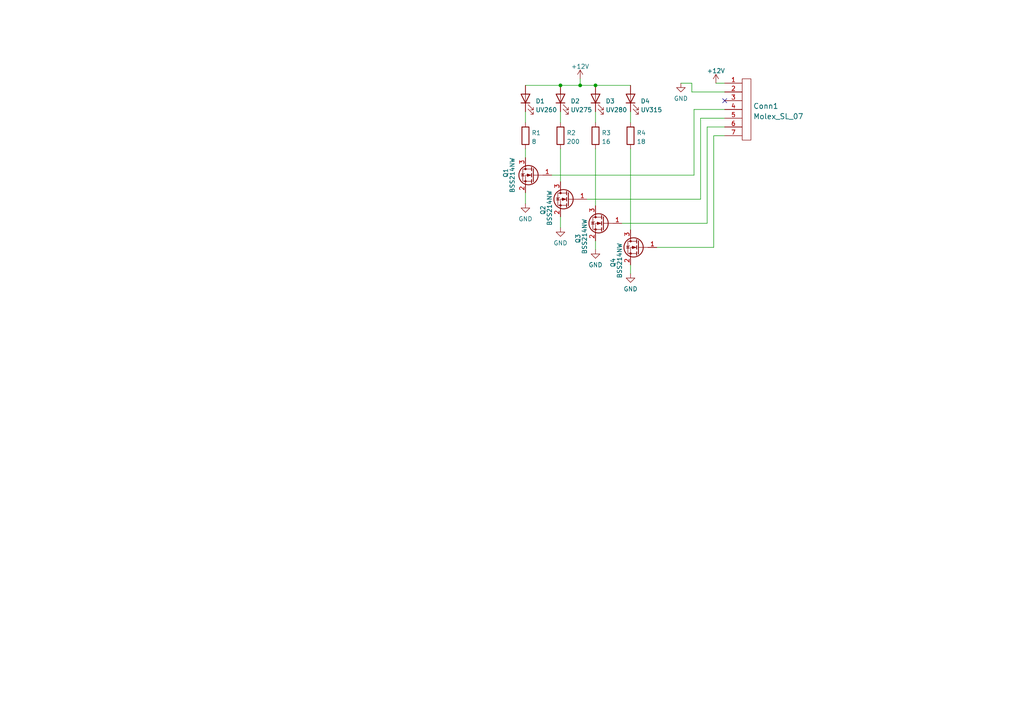
<source format=kicad_sch>
(kicad_sch (version 20211123) (generator eeschema)
  (paper "A4")
  (lib_symbols
    (symbol "Device:LED" (pin_numbers hide) (pin_names (offset 1.016) hide)
      (property "Reference" "D" (at 0 2.54 0))
      (property "Value" "LED" (at 0 -2.54 0))
      (symbol "LED_0_1"
        (polyline (pts (xy -1.27 -1.27) (xy -1.27 1.27)) (stroke (width 0.254)))
        (polyline (pts (xy -1.27 0) (xy 1.27 0)))
        (polyline (pts (xy 1.27 -1.27) (xy 1.27 1.27) (xy -1.27 0) (xy 1.27 -1.27)) (stroke (width 0.254)))
        (polyline (pts (xy -3.048 -0.762) (xy -4.572 -2.286) (xy -3.81 -2.286) (xy -4.572 -2.286) (xy -4.572 -1.524)))
        (polyline (pts (xy -1.778 -0.762) (xy -3.302 -2.286) (xy -2.54 -2.286) (xy -3.302 -2.286) (xy -3.302 -1.524)))
      )
      (symbol "LED_1_1"
        (pin passive line (at -3.81 0 0) (length 2.54) (name "K") (number "1"))
        (pin passive line (at 3.81 0 180) (length 2.54) (name "A") (number "2"))
      )
    )
    (symbol "Device:R" (pin_numbers hide) (pin_names (offset 0))
      (property "Reference" "R" (at 2.032 0 90))
      (property "Value" "R" (at 0 0 90))
      (symbol "R_0_1"
        (rectangle (start -1.016 -2.54) (end 1.016 2.54) (stroke (width 0.254)))
      )
      (symbol "R_1_1"
        (pin passive line (at 0 3.81 270) (length 1.27) (name "~") (number "1"))
        (pin passive line (at 0 -3.81 90) (length 1.27) (name "~") (number "2"))
      )
    )
    (symbol "MRDT_Connectors:Molex_SL_07" (pin_names (offset 1.016))
      (property "Reference" "Conn" (at 3.81 -1.27 0))
      (property "Value" "Molex_SL_07" (at 1.27 19.05 0))
      (symbol "Molex_SL_07_0_1"
        (rectangle (start 0 17.78) (end 2.54 0))
      )
      (symbol "Molex_SL_07_1_1"
        (pin input line (at -5.08 16.51 0) (length 5.08) (name "~") (number "1"))
        (pin input line (at -5.08 13.97 0) (length 5.08) (name "~") (number "2"))
        (pin input line (at -5.08 11.43 0) (length 5.08) (name "~") (number "3"))
        (pin input line (at -5.08 8.89 0) (length 5.08) (name "~") (number "4"))
        (pin input line (at -5.08 6.35 0) (length 5.08) (name "~") (number "5"))
        (pin input line (at -5.08 3.81 0) (length 5.08) (name "~") (number "6"))
        (pin input line (at -5.08 1.27 0) (length 5.08) (name "~") (number "7"))
      )
    )
    (symbol "Transistor_FET:BSS214NW" (pin_names hide)
      (property "Reference" "Q" (at 5.08 1.905 0))
      (property "Value" "BSS214NW" (at 5.08 0 0))
      (symbol "BSS214NW_0_1"
        (polyline (pts (xy 0.254 0) (xy -2.54 0)))
        (polyline (pts (xy 0.254 1.905) (xy 0.254 -1.905)) (stroke (width 0.254)))
        (polyline (pts (xy 0.762 -1.27) (xy 0.762 -2.286)) (stroke (width 0.254)))
        (polyline (pts (xy 0.762 0.508) (xy 0.762 -0.508)) (stroke (width 0.254)))
        (polyline (pts (xy 0.762 2.286) (xy 0.762 1.27)) (stroke (width 0.254)))
        (polyline (pts (xy 2.54 2.54) (xy 2.54 1.778)))
        (polyline (pts (xy 2.54 -2.54) (xy 2.54 0) (xy 0.762 0)))
        (polyline (pts (xy 0.762 -1.778) (xy 3.302 -1.778) (xy 3.302 1.778) (xy 0.762 1.778)))
        (polyline (pts (xy 1.016 0) (xy 2.032 0.381) (xy 2.032 -0.381) (xy 1.016 0)) (fill (type outline)))
        (polyline (pts (xy 2.794 0.508) (xy 2.921 0.381) (xy 3.683 0.381) (xy 3.81 0.254)))
        (polyline (pts (xy 3.302 0.381) (xy 2.921 -0.254) (xy 3.683 -0.254) (xy 3.302 0.381)))
        (circle (center 1.651 0) (radius 2.794) (stroke (width 0.254)))
        (circle (center 2.54 -1.778) (radius 0.254) (fill (type outline)))
        (circle (center 2.54 1.778) (radius 0.254) (fill (type outline)))
      )
      (symbol "BSS214NW_1_1"
        (pin input line (at -5.08 0 0) (length 2.54) (name "G") (number "1"))
        (pin passive line (at 2.54 -5.08 90) (length 2.54) (name "S") (number "2"))
        (pin passive line (at 2.54 5.08 270) (length 2.54) (name "D") (number "3"))
      )
    )
    (symbol "power:+12V" (power) (pin_names (offset 0))
      (property "Value" "+12V" (at 0 3.556 0))
      (symbol "+12V_0_1"
        (polyline (pts (xy -0.762 1.27) (xy 0 2.54)))
        (polyline (pts (xy 0 0) (xy 0 2.54)))
        (polyline (pts (xy 0 2.54) (xy 0.762 1.27)))
      )
      (symbol "+12V_1_1"
        (pin power_in line (at 0 0 90) (length 0) hide (name "+12V") (number "1"))
      )
    )
    (symbol "power:GND" (power) (pin_names (offset 0))
      (property "Value" "GND" (at 0 -3.81 0))
      (symbol "GND_0_1"
        (polyline (pts (xy 0 0) (xy 0 -1.27) (xy 1.27 -1.27) (xy 0 -2.54) (xy -1.27 -1.27) (xy 0 -1.27)))
      )
      (symbol "GND_1_1"
        (pin power_in line (at 0 0 270) (length 0) hide (name "GND") (number "1"))
      )
    )
  )
  (junction (at 168.275 24.765))
  (junction (at 162.56 24.765))
  (junction (at 172.72 24.765))
  (no_connect (at 210.185 29.21))
  (wire (pts (xy 162.56 43.18) (xy 162.56 52.705)))
  (wire (pts (xy 172.72 43.18) (xy 172.72 59.69)))
  (wire (pts (xy 210.185 36.83) (xy 205.105 36.83)))
  (wire (pts (xy 168.275 24.765) (xy 172.72 24.765)))
  (wire (pts (xy 210.185 39.37) (xy 207.01 39.37)))
  (wire (pts (xy 162.56 62.865) (xy 162.56 66.04)))
  (wire (pts (xy 207.01 39.37) (xy 207.01 71.755)))
  (wire (pts (xy 205.105 36.83) (xy 205.105 64.77)))
  (wire (pts (xy 182.88 32.385) (xy 182.88 35.56)))
  (wire (pts (xy 210.185 34.29) (xy 203.2 34.29)))
  (wire (pts (xy 200.66 26.67) (xy 200.66 24.13)))
  (wire (pts (xy 152.4 55.88) (xy 152.4 59.055)))
  (wire (pts (xy 152.4 32.385) (xy 152.4 35.56)))
  (wire (pts (xy 152.4 24.765) (xy 162.56 24.765)))
  (wire (pts (xy 197.485 24.13) (xy 200.66 24.13)))
  (wire (pts (xy 172.72 24.765) (xy 182.88 24.765)))
  (wire (pts (xy 205.105 64.77) (xy 180.34 64.77)))
  (wire (pts (xy 203.2 34.29) (xy 203.2 57.785)))
  (wire (pts (xy 162.56 32.385) (xy 162.56 35.56)))
  (wire (pts (xy 201.295 50.8) (xy 201.295 31.75)))
  (wire (pts (xy 172.72 69.85) (xy 172.72 72.39)))
  (wire (pts (xy 152.4 43.18) (xy 152.4 45.72)))
  (wire (pts (xy 162.56 24.765) (xy 168.275 24.765)))
  (wire (pts (xy 207.645 24.13) (xy 210.185 24.13)))
  (wire (pts (xy 210.185 26.67) (xy 200.66 26.67)))
  (wire (pts (xy 207.01 71.755) (xy 190.5 71.755)))
  (wire (pts (xy 160.02 50.8) (xy 201.295 50.8)))
  (wire (pts (xy 201.295 31.75) (xy 210.185 31.75)))
  (wire (pts (xy 168.275 22.86) (xy 168.275 24.765)))
  (wire (pts (xy 182.88 76.835) (xy 182.88 79.375)))
  (wire (pts (xy 182.88 43.18) (xy 182.88 66.675)))
  (wire (pts (xy 172.72 32.385) (xy 172.72 35.56)))
  (wire (pts (xy 203.2 57.785) (xy 170.18 57.785)))
  (symbol (lib_id "Device:R") (at 162.56 39.37 0) (unit 1)
    (property "Reference" "R2" (at 164.338 38.5353 0) (effects (justify left)))
    (property "Value" "200" (at 164.338 41.0722 0) (effects (justify left)))
  )
  (symbol (lib_id "Device:LED") (at 152.4 28.575 90) (unit 1)
    (property "Reference" "D1" (at 155.321 29.3278 90) (effects (justify right)))
    (property "Value" "UV260" (at 155.321 31.8647 90) (effects (justify right)))
  )
  (symbol (lib_id "Device:R") (at 182.88 39.37 0) (unit 1)
    (property "Reference" "R4" (at 184.658 38.5353 0) (effects (justify left)))
    (property "Value" "18" (at 184.658 41.0722 0) (effects (justify left)))
  )
  (symbol (lib_id "power:+12V") (at 207.645 24.13 0) (unit 1)
    (property "Reference" "#PWR0101" (effects hide))
    (property "Value" "+12V" (at 207.645 20.5542 0))
  )
  (symbol (lib_id "MRDT_Connectors:Molex_SL_07") (at 215.265 40.64 0) (unit 1)
    (property "Reference" "Conn1" (at 218.44 30.7738 0) (effects (font (size 1.524 1.524)) (justify left)))
    (property "Value" "Molex_SL_07" (at 218.44 33.7672 0) (effects (font (size 1.524 1.524)) (justify left)))
  )
  (symbol (lib_id "Device:LED") (at 182.88 28.575 90) (unit 1)
    (property "Reference" "D4" (at 185.801 29.3278 90) (effects (justify right)))
    (property "Value" "UV315" (at 185.801 31.8647 90) (effects (justify right)))
  )
  (symbol (lib_id "Transistor_FET:BSS214NW") (at 154.94 50.8 0) (mirror y) (unit 1)
    (property "Reference" "Q1" (at 146.685 50.165 90))
    (property "Value" "BSS214NW" (at 148.59 50.8 90))
    (property "Footprint" "Package_TO_SOT_SMD:SOT-323_SC-70" (effects hide))
    (property "Datasheet" "https://www.infineon.com/dgdl/Infineon-BSS214NW-DS-v02_02-en.pdf?fileId=db3a30431b3e89eb011b695aebc01bde" (effects hide))
  )
  (symbol (lib_id "power:GND") (at 197.485 24.13 0) (unit 1)
    (property "Reference" "#PWR0103" (effects hide))
    (property "Value" "GND" (at 197.485 28.5734 0))
  )
  (symbol (lib_id "Transistor_FET:BSS214NW") (at 185.42 71.755 0) (mirror y) (unit 1)
    (property "Reference" "Q4" (at 177.8 76.2 90))
    (property "Value" "BSS214NW" (at 179.705 75.565 90))
    (property "Footprint" "Package_TO_SOT_SMD:SOT-323_SC-70" (effects hide))
    (property "Datasheet" "https://www.infineon.com/dgdl/Infineon-BSS214NW-DS-v02_02-en.pdf?fileId=db3a30431b3e89eb011b695aebc01bde" (effects hide))
  )
  (symbol (lib_id "Device:R") (at 152.4 39.37 0) (unit 1)
    (property "Reference" "R1" (at 154.178 38.5353 0) (effects (justify left)))
    (property "Value" "8" (at 154.178 41.0722 0) (effects (justify left)))
  )
  (symbol (lib_id "power:GND") (at 182.88 79.375 0) (unit 1)
    (property "Reference" "#PWR05" (effects hide))
    (property "Value" "GND" (at 182.88 83.8184 0))
  )
  (symbol (lib_id "power:+12V") (at 168.275 22.86 0) (unit 1)
    (property "Reference" "#PWR03" (effects hide))
    (property "Value" "+12V" (at 168.275 19.2842 0))
  )
  (symbol (lib_id "power:GND") (at 162.56 66.04 0) (unit 1)
    (property "Reference" "#PWR02" (effects hide))
    (property "Value" "GND" (at 162.56 70.4834 0))
  )
  (symbol (lib_id "Device:LED") (at 172.72 28.575 90) (unit 1)
    (property "Reference" "D3" (at 175.641 29.3278 90) (effects (justify right)))
    (property "Value" "UV280" (at 175.641 31.8647 90) (effects (justify right)))
  )
  (symbol (lib_id "power:GND") (at 152.4 59.055 0) (unit 1)
    (property "Reference" "#PWR01" (effects hide))
    (property "Value" "GND" (at 152.4 63.4984 0))
  )
  (symbol (lib_id "Transistor_FET:BSS214NW") (at 165.1 57.785 0) (mirror y) (unit 1)
    (property "Reference" "Q2" (at 157.48 60.96 90))
    (property "Value" "BSS214NW" (at 159.385 60.325 90))
    (property "Footprint" "Package_TO_SOT_SMD:SOT-323_SC-70" (effects hide))
    (property "Datasheet" "https://www.infineon.com/dgdl/Infineon-BSS214NW-DS-v02_02-en.pdf?fileId=db3a30431b3e89eb011b695aebc01bde" (effects hide))
  )
  (symbol (lib_id "Device:LED") (at 162.56 28.575 90) (unit 1)
    (property "Reference" "D2" (at 165.481 29.3278 90) (effects (justify right)))
    (property "Value" "UV275" (at 165.481 31.8647 90) (effects (justify right)))
  )
  (symbol (lib_id "Transistor_FET:BSS214NW") (at 175.26 64.77 0) (mirror y) (unit 1)
    (property "Reference" "Q3" (at 167.64 69.215 90))
    (property "Value" "BSS214NW" (at 169.545 68.58 90))
    (property "Footprint" "Package_TO_SOT_SMD:SOT-323_SC-70" (effects hide))
    (property "Datasheet" "https://www.infineon.com/dgdl/Infineon-BSS214NW-DS-v02_02-en.pdf?fileId=db3a30431b3e89eb011b695aebc01bde" (effects hide))
  )
  (symbol (lib_id "Device:R") (at 172.72 39.37 0) (unit 1)
    (property "Reference" "R3" (at 174.498 38.5353 0) (effects (justify left)))
    (property "Value" "16" (at 174.498 41.0722 0) (effects (justify left)))
  )
  (symbol (lib_id "power:GND") (at 172.72 72.39 0) (unit 1)
    (property "Reference" "#PWR04" (effects hide))
    (property "Value" "GND" (at 172.72 76.8334 0))
  )
)
</source>
